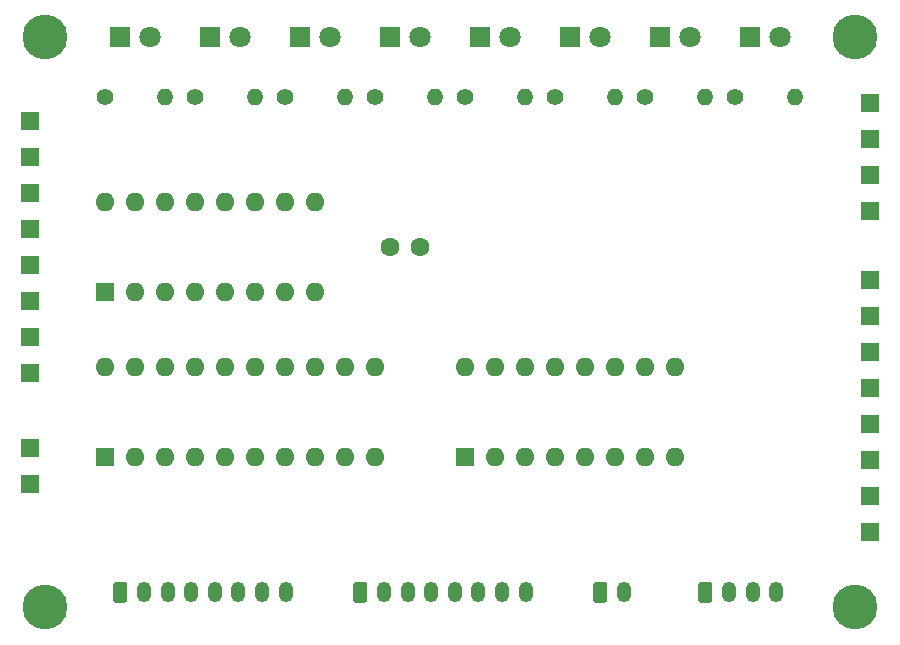
<source format=gbr>
G04 #@! TF.GenerationSoftware,KiCad,Pcbnew,(5.1.2-1)-1*
G04 #@! TF.CreationDate,2019-08-26T08:25:21+10:00*
G04 #@! TF.ProjectId,register-b,72656769-7374-4657-922d-622e6b696361,rev?*
G04 #@! TF.SameCoordinates,Original*
G04 #@! TF.FileFunction,Soldermask,Top*
G04 #@! TF.FilePolarity,Negative*
%FSLAX46Y46*%
G04 Gerber Fmt 4.6, Leading zero omitted, Abs format (unit mm)*
G04 Created by KiCad (PCBNEW (5.1.2-1)-1) date 2019-08-26 08:25:21*
%MOMM*%
%LPD*%
G04 APERTURE LIST*
%ADD10O,1.600000X1.600000*%
%ADD11R,1.600000X1.600000*%
%ADD12C,3.790000*%
%ADD13O,1.200000X1.750000*%
%ADD14C,0.100000*%
%ADD15C,1.200000*%
%ADD16C,1.600000*%
%ADD17C,1.800000*%
%ADD18R,1.800000X1.800000*%
%ADD19O,1.400000X1.400000*%
%ADD20C,1.400000*%
%ADD21R,1.500000X1.500000*%
G04 APERTURE END LIST*
D10*
X25400000Y-46990000D03*
X43180000Y-54610000D03*
X27940000Y-46990000D03*
X40640000Y-54610000D03*
X30480000Y-46990000D03*
X38100000Y-54610000D03*
X33020000Y-46990000D03*
X35560000Y-54610000D03*
X35560000Y-46990000D03*
X33020000Y-54610000D03*
X38100000Y-46990000D03*
X30480000Y-54610000D03*
X40640000Y-46990000D03*
X27940000Y-54610000D03*
X43180000Y-46990000D03*
D11*
X25400000Y-54610000D03*
D12*
X88900000Y-81280000D03*
X20320000Y-81280000D03*
X88900000Y-33020000D03*
X20320000Y-33020000D03*
D13*
X60990000Y-80010000D03*
X58990000Y-80010000D03*
X56990000Y-80010000D03*
X54990000Y-80010000D03*
X52990000Y-80010000D03*
X50990000Y-80010000D03*
X48990000Y-80010000D03*
D14*
G36*
X47364505Y-79136204D02*
G01*
X47388773Y-79139804D01*
X47412572Y-79145765D01*
X47435671Y-79154030D01*
X47457850Y-79164520D01*
X47478893Y-79177132D01*
X47498599Y-79191747D01*
X47516777Y-79208223D01*
X47533253Y-79226401D01*
X47547868Y-79246107D01*
X47560480Y-79267150D01*
X47570970Y-79289329D01*
X47579235Y-79312428D01*
X47585196Y-79336227D01*
X47588796Y-79360495D01*
X47590000Y-79384999D01*
X47590000Y-80635001D01*
X47588796Y-80659505D01*
X47585196Y-80683773D01*
X47579235Y-80707572D01*
X47570970Y-80730671D01*
X47560480Y-80752850D01*
X47547868Y-80773893D01*
X47533253Y-80793599D01*
X47516777Y-80811777D01*
X47498599Y-80828253D01*
X47478893Y-80842868D01*
X47457850Y-80855480D01*
X47435671Y-80865970D01*
X47412572Y-80874235D01*
X47388773Y-80880196D01*
X47364505Y-80883796D01*
X47340001Y-80885000D01*
X46639999Y-80885000D01*
X46615495Y-80883796D01*
X46591227Y-80880196D01*
X46567428Y-80874235D01*
X46544329Y-80865970D01*
X46522150Y-80855480D01*
X46501107Y-80842868D01*
X46481401Y-80828253D01*
X46463223Y-80811777D01*
X46446747Y-80793599D01*
X46432132Y-80773893D01*
X46419520Y-80752850D01*
X46409030Y-80730671D01*
X46400765Y-80707572D01*
X46394804Y-80683773D01*
X46391204Y-80659505D01*
X46390000Y-80635001D01*
X46390000Y-79384999D01*
X46391204Y-79360495D01*
X46394804Y-79336227D01*
X46400765Y-79312428D01*
X46409030Y-79289329D01*
X46419520Y-79267150D01*
X46432132Y-79246107D01*
X46446747Y-79226401D01*
X46463223Y-79208223D01*
X46481401Y-79191747D01*
X46501107Y-79177132D01*
X46522150Y-79164520D01*
X46544329Y-79154030D01*
X46567428Y-79145765D01*
X46591227Y-79139804D01*
X46615495Y-79136204D01*
X46639999Y-79135000D01*
X47340001Y-79135000D01*
X47364505Y-79136204D01*
X47364505Y-79136204D01*
G37*
D15*
X46990000Y-80010000D03*
D16*
X49530000Y-50800000D03*
X52030000Y-50800000D03*
D17*
X29210000Y-33020000D03*
D18*
X26670000Y-33020000D03*
X34290000Y-33020000D03*
D17*
X36830000Y-33020000D03*
X44450000Y-33020000D03*
D18*
X41910000Y-33020000D03*
X49530000Y-33020000D03*
D17*
X52070000Y-33020000D03*
X59690000Y-33020000D03*
D18*
X57150000Y-33020000D03*
X64770000Y-33020000D03*
D17*
X67310000Y-33020000D03*
X74930000Y-33020000D03*
D18*
X72390000Y-33020000D03*
X80010000Y-33020000D03*
D17*
X82550000Y-33020000D03*
D14*
G36*
X27044505Y-79136204D02*
G01*
X27068773Y-79139804D01*
X27092572Y-79145765D01*
X27115671Y-79154030D01*
X27137850Y-79164520D01*
X27158893Y-79177132D01*
X27178599Y-79191747D01*
X27196777Y-79208223D01*
X27213253Y-79226401D01*
X27227868Y-79246107D01*
X27240480Y-79267150D01*
X27250970Y-79289329D01*
X27259235Y-79312428D01*
X27265196Y-79336227D01*
X27268796Y-79360495D01*
X27270000Y-79384999D01*
X27270000Y-80635001D01*
X27268796Y-80659505D01*
X27265196Y-80683773D01*
X27259235Y-80707572D01*
X27250970Y-80730671D01*
X27240480Y-80752850D01*
X27227868Y-80773893D01*
X27213253Y-80793599D01*
X27196777Y-80811777D01*
X27178599Y-80828253D01*
X27158893Y-80842868D01*
X27137850Y-80855480D01*
X27115671Y-80865970D01*
X27092572Y-80874235D01*
X27068773Y-80880196D01*
X27044505Y-80883796D01*
X27020001Y-80885000D01*
X26319999Y-80885000D01*
X26295495Y-80883796D01*
X26271227Y-80880196D01*
X26247428Y-80874235D01*
X26224329Y-80865970D01*
X26202150Y-80855480D01*
X26181107Y-80842868D01*
X26161401Y-80828253D01*
X26143223Y-80811777D01*
X26126747Y-80793599D01*
X26112132Y-80773893D01*
X26099520Y-80752850D01*
X26089030Y-80730671D01*
X26080765Y-80707572D01*
X26074804Y-80683773D01*
X26071204Y-80659505D01*
X26070000Y-80635001D01*
X26070000Y-79384999D01*
X26071204Y-79360495D01*
X26074804Y-79336227D01*
X26080765Y-79312428D01*
X26089030Y-79289329D01*
X26099520Y-79267150D01*
X26112132Y-79246107D01*
X26126747Y-79226401D01*
X26143223Y-79208223D01*
X26161401Y-79191747D01*
X26181107Y-79177132D01*
X26202150Y-79164520D01*
X26224329Y-79154030D01*
X26247428Y-79145765D01*
X26271227Y-79139804D01*
X26295495Y-79136204D01*
X26319999Y-79135000D01*
X27020001Y-79135000D01*
X27044505Y-79136204D01*
X27044505Y-79136204D01*
G37*
D15*
X26670000Y-80010000D03*
D13*
X28670000Y-80010000D03*
X30670000Y-80010000D03*
X32670000Y-80010000D03*
X34670000Y-80010000D03*
X36670000Y-80010000D03*
X38670000Y-80010000D03*
X40670000Y-80010000D03*
D14*
G36*
X76574505Y-79136204D02*
G01*
X76598773Y-79139804D01*
X76622572Y-79145765D01*
X76645671Y-79154030D01*
X76667850Y-79164520D01*
X76688893Y-79177132D01*
X76708599Y-79191747D01*
X76726777Y-79208223D01*
X76743253Y-79226401D01*
X76757868Y-79246107D01*
X76770480Y-79267150D01*
X76780970Y-79289329D01*
X76789235Y-79312428D01*
X76795196Y-79336227D01*
X76798796Y-79360495D01*
X76800000Y-79384999D01*
X76800000Y-80635001D01*
X76798796Y-80659505D01*
X76795196Y-80683773D01*
X76789235Y-80707572D01*
X76780970Y-80730671D01*
X76770480Y-80752850D01*
X76757868Y-80773893D01*
X76743253Y-80793599D01*
X76726777Y-80811777D01*
X76708599Y-80828253D01*
X76688893Y-80842868D01*
X76667850Y-80855480D01*
X76645671Y-80865970D01*
X76622572Y-80874235D01*
X76598773Y-80880196D01*
X76574505Y-80883796D01*
X76550001Y-80885000D01*
X75849999Y-80885000D01*
X75825495Y-80883796D01*
X75801227Y-80880196D01*
X75777428Y-80874235D01*
X75754329Y-80865970D01*
X75732150Y-80855480D01*
X75711107Y-80842868D01*
X75691401Y-80828253D01*
X75673223Y-80811777D01*
X75656747Y-80793599D01*
X75642132Y-80773893D01*
X75629520Y-80752850D01*
X75619030Y-80730671D01*
X75610765Y-80707572D01*
X75604804Y-80683773D01*
X75601204Y-80659505D01*
X75600000Y-80635001D01*
X75600000Y-79384999D01*
X75601204Y-79360495D01*
X75604804Y-79336227D01*
X75610765Y-79312428D01*
X75619030Y-79289329D01*
X75629520Y-79267150D01*
X75642132Y-79246107D01*
X75656747Y-79226401D01*
X75673223Y-79208223D01*
X75691401Y-79191747D01*
X75711107Y-79177132D01*
X75732150Y-79164520D01*
X75754329Y-79154030D01*
X75777428Y-79145765D01*
X75801227Y-79139804D01*
X75825495Y-79136204D01*
X75849999Y-79135000D01*
X76550001Y-79135000D01*
X76574505Y-79136204D01*
X76574505Y-79136204D01*
G37*
D15*
X76200000Y-80010000D03*
D13*
X78200000Y-80010000D03*
X80200000Y-80010000D03*
X82200000Y-80010000D03*
D14*
G36*
X67684505Y-79136204D02*
G01*
X67708773Y-79139804D01*
X67732572Y-79145765D01*
X67755671Y-79154030D01*
X67777850Y-79164520D01*
X67798893Y-79177132D01*
X67818599Y-79191747D01*
X67836777Y-79208223D01*
X67853253Y-79226401D01*
X67867868Y-79246107D01*
X67880480Y-79267150D01*
X67890970Y-79289329D01*
X67899235Y-79312428D01*
X67905196Y-79336227D01*
X67908796Y-79360495D01*
X67910000Y-79384999D01*
X67910000Y-80635001D01*
X67908796Y-80659505D01*
X67905196Y-80683773D01*
X67899235Y-80707572D01*
X67890970Y-80730671D01*
X67880480Y-80752850D01*
X67867868Y-80773893D01*
X67853253Y-80793599D01*
X67836777Y-80811777D01*
X67818599Y-80828253D01*
X67798893Y-80842868D01*
X67777850Y-80855480D01*
X67755671Y-80865970D01*
X67732572Y-80874235D01*
X67708773Y-80880196D01*
X67684505Y-80883796D01*
X67660001Y-80885000D01*
X66959999Y-80885000D01*
X66935495Y-80883796D01*
X66911227Y-80880196D01*
X66887428Y-80874235D01*
X66864329Y-80865970D01*
X66842150Y-80855480D01*
X66821107Y-80842868D01*
X66801401Y-80828253D01*
X66783223Y-80811777D01*
X66766747Y-80793599D01*
X66752132Y-80773893D01*
X66739520Y-80752850D01*
X66729030Y-80730671D01*
X66720765Y-80707572D01*
X66714804Y-80683773D01*
X66711204Y-80659505D01*
X66710000Y-80635001D01*
X66710000Y-79384999D01*
X66711204Y-79360495D01*
X66714804Y-79336227D01*
X66720765Y-79312428D01*
X66729030Y-79289329D01*
X66739520Y-79267150D01*
X66752132Y-79246107D01*
X66766747Y-79226401D01*
X66783223Y-79208223D01*
X66801401Y-79191747D01*
X66821107Y-79177132D01*
X66842150Y-79164520D01*
X66864329Y-79154030D01*
X66887428Y-79145765D01*
X66911227Y-79139804D01*
X66935495Y-79136204D01*
X66959999Y-79135000D01*
X67660001Y-79135000D01*
X67684505Y-79136204D01*
X67684505Y-79136204D01*
G37*
D15*
X67310000Y-80010000D03*
D13*
X69310000Y-80010000D03*
D19*
X30480000Y-38100000D03*
D20*
X25400000Y-38100000D03*
X33020000Y-38100000D03*
D19*
X38100000Y-38100000D03*
X45720000Y-38100000D03*
D20*
X40640000Y-38100000D03*
X48260000Y-38100000D03*
D19*
X53340000Y-38100000D03*
X60960000Y-38100000D03*
D20*
X55880000Y-38100000D03*
X63500000Y-38100000D03*
D19*
X68580000Y-38100000D03*
X76200000Y-38100000D03*
D20*
X71120000Y-38100000D03*
X78740000Y-38100000D03*
D19*
X83820000Y-38100000D03*
D21*
X19050000Y-61468000D03*
X19050000Y-58420000D03*
X19050000Y-55372000D03*
X19050000Y-52324000D03*
X19050000Y-49276000D03*
X19050000Y-46228000D03*
X19050000Y-43180000D03*
X19050000Y-40132000D03*
X90170000Y-53594000D03*
X90170000Y-56642000D03*
X90170000Y-59690000D03*
X90170000Y-62738000D03*
X90170000Y-65786000D03*
X90170000Y-68834000D03*
X90170000Y-71882000D03*
X90170000Y-74930000D03*
X90170000Y-47752000D03*
X90170000Y-44704000D03*
X90170000Y-41656000D03*
X90170000Y-38608000D03*
X19050000Y-67818000D03*
X19050000Y-70866000D03*
D11*
X25400000Y-68580000D03*
D10*
X48260000Y-60960000D03*
X27940000Y-68580000D03*
X45720000Y-60960000D03*
X30480000Y-68580000D03*
X43180000Y-60960000D03*
X33020000Y-68580000D03*
X40640000Y-60960000D03*
X35560000Y-68580000D03*
X38100000Y-60960000D03*
X38100000Y-68580000D03*
X35560000Y-60960000D03*
X40640000Y-68580000D03*
X33020000Y-60960000D03*
X43180000Y-68580000D03*
X30480000Y-60960000D03*
X45720000Y-68580000D03*
X27940000Y-60960000D03*
X48260000Y-68580000D03*
X25400000Y-60960000D03*
D11*
X55880000Y-68580000D03*
D10*
X73660000Y-60960000D03*
X58420000Y-68580000D03*
X71120000Y-60960000D03*
X60960000Y-68580000D03*
X68580000Y-60960000D03*
X63500000Y-68580000D03*
X66040000Y-60960000D03*
X66040000Y-68580000D03*
X63500000Y-60960000D03*
X68580000Y-68580000D03*
X60960000Y-60960000D03*
X71120000Y-68580000D03*
X58420000Y-60960000D03*
X73660000Y-68580000D03*
X55880000Y-60960000D03*
M02*

</source>
